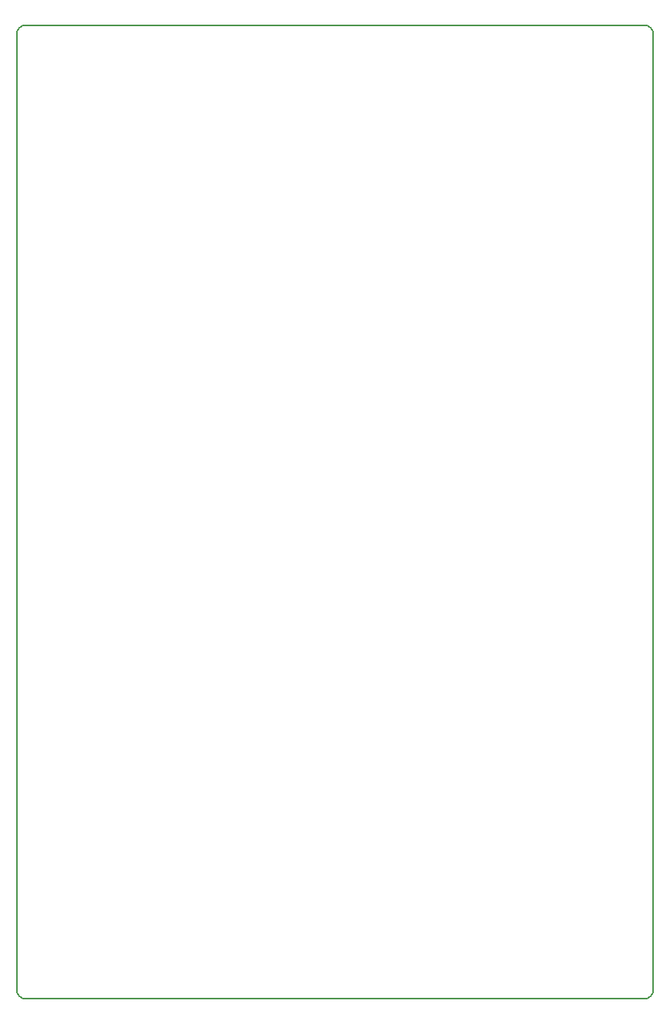
<source format=gm1>
G04 #@! TF.FileFunction,Profile,NP*
%FSLAX46Y46*%
G04 Gerber Fmt 4.6, Leading zero omitted, Abs format (unit mm)*
G04 Created by KiCad (PCBNEW 4.0.1-stable) date 26/04/2018 08:36:00*
%MOMM*%
G01*
G04 APERTURE LIST*
%ADD10C,0.100000*%
%ADD11C,0.150000*%
G04 APERTURE END LIST*
D10*
D11*
X133925000Y-148825000D02*
G75*
G03X134925000Y-147825000I0J1000000D01*
G01*
X134925000Y-42825000D02*
G75*
G03X133925000Y-41825000I-1000000J0D01*
G01*
X65925000Y-41825000D02*
G75*
G03X64925000Y-42825000I0J-1000000D01*
G01*
X64925000Y-147825000D02*
G75*
G03X65925000Y-148825000I1000000J0D01*
G01*
X134925000Y-147825000D02*
X134925000Y-42825000D01*
X65925000Y-41825000D02*
X133925000Y-41825000D01*
X64925000Y-147825000D02*
X64925000Y-42825000D01*
X65925000Y-148825000D02*
X133925000Y-148825000D01*
M02*

</source>
